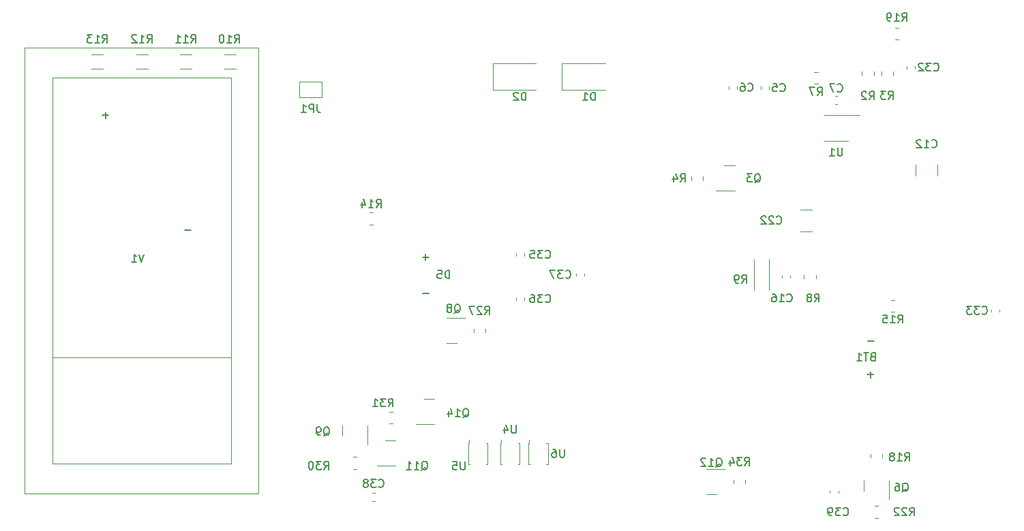
<source format=gbr>
%TF.GenerationSoftware,KiCad,Pcbnew,6.0.10-86aedd382b~118~ubuntu22.04.1*%
%TF.CreationDate,2023-01-15T12:46:15+03:00*%
%TF.ProjectId,xray,78726179-2e6b-4696-9361-645f70636258,rev?*%
%TF.SameCoordinates,Original*%
%TF.FileFunction,Legend,Bot*%
%TF.FilePolarity,Positive*%
%FSLAX46Y46*%
G04 Gerber Fmt 4.6, Leading zero omitted, Abs format (unit mm)*
G04 Created by KiCad (PCBNEW 6.0.10-86aedd382b~118~ubuntu22.04.1) date 2023-01-15 12:46:15*
%MOMM*%
%LPD*%
G01*
G04 APERTURE LIST*
%ADD10C,0.150000*%
%ADD11C,0.120000*%
G04 APERTURE END LIST*
D10*
X160880952Y-120471428D02*
X160119047Y-120471428D01*
X160500000Y-120852380D02*
X160500000Y-120090476D01*
X104879047Y-110361428D02*
X105640952Y-110361428D01*
X160980952Y-116271428D02*
X160219047Y-116271428D01*
X104879047Y-105861428D02*
X105640952Y-105861428D01*
X105260000Y-106242380D02*
X105260000Y-105480476D01*
%TO.C,R14*%
X99152857Y-99652380D02*
X99486190Y-99176190D01*
X99724285Y-99652380D02*
X99724285Y-98652380D01*
X99343333Y-98652380D01*
X99248095Y-98700000D01*
X99200476Y-98747619D01*
X99152857Y-98842857D01*
X99152857Y-98985714D01*
X99200476Y-99080952D01*
X99248095Y-99128571D01*
X99343333Y-99176190D01*
X99724285Y-99176190D01*
X98200476Y-99652380D02*
X98771904Y-99652380D01*
X98486190Y-99652380D02*
X98486190Y-98652380D01*
X98581428Y-98795238D01*
X98676666Y-98890476D01*
X98771904Y-98938095D01*
X97343333Y-98985714D02*
X97343333Y-99652380D01*
X97581428Y-98604761D02*
X97819523Y-99319047D01*
X97200476Y-99319047D01*
%TO.C,Q6*%
X164455238Y-135037619D02*
X164550476Y-134990000D01*
X164645714Y-134894761D01*
X164788571Y-134751904D01*
X164883809Y-134704285D01*
X164979047Y-134704285D01*
X164931428Y-134942380D02*
X165026666Y-134894761D01*
X165121904Y-134799523D01*
X165169523Y-134609047D01*
X165169523Y-134275714D01*
X165121904Y-134085238D01*
X165026666Y-133990000D01*
X164931428Y-133942380D01*
X164740952Y-133942380D01*
X164645714Y-133990000D01*
X164550476Y-134085238D01*
X164502857Y-134275714D01*
X164502857Y-134609047D01*
X164550476Y-134799523D01*
X164645714Y-134894761D01*
X164740952Y-134942380D01*
X164931428Y-134942380D01*
X163645714Y-133942380D02*
X163836190Y-133942380D01*
X163931428Y-133990000D01*
X163979047Y-134037619D01*
X164074285Y-134180476D01*
X164121904Y-134370952D01*
X164121904Y-134751904D01*
X164074285Y-134847142D01*
X164026666Y-134894761D01*
X163931428Y-134942380D01*
X163740952Y-134942380D01*
X163645714Y-134894761D01*
X163598095Y-134847142D01*
X163550476Y-134751904D01*
X163550476Y-134513809D01*
X163598095Y-134418571D01*
X163645714Y-134370952D01*
X163740952Y-134323333D01*
X163931428Y-134323333D01*
X164026666Y-134370952D01*
X164074285Y-134418571D01*
X164121904Y-134513809D01*
%TO.C,R27*%
X112642857Y-112952380D02*
X112976190Y-112476190D01*
X113214285Y-112952380D02*
X113214285Y-111952380D01*
X112833333Y-111952380D01*
X112738095Y-112000000D01*
X112690476Y-112047619D01*
X112642857Y-112142857D01*
X112642857Y-112285714D01*
X112690476Y-112380952D01*
X112738095Y-112428571D01*
X112833333Y-112476190D01*
X113214285Y-112476190D01*
X112261904Y-112047619D02*
X112214285Y-112000000D01*
X112119047Y-111952380D01*
X111880952Y-111952380D01*
X111785714Y-112000000D01*
X111738095Y-112047619D01*
X111690476Y-112142857D01*
X111690476Y-112238095D01*
X111738095Y-112380952D01*
X112309523Y-112952380D01*
X111690476Y-112952380D01*
X111357142Y-111952380D02*
X110690476Y-111952380D01*
X111119047Y-112952380D01*
%TO.C,Q3*%
X146105238Y-96587619D02*
X146200476Y-96540000D01*
X146295714Y-96444761D01*
X146438571Y-96301904D01*
X146533809Y-96254285D01*
X146629047Y-96254285D01*
X146581428Y-96492380D02*
X146676666Y-96444761D01*
X146771904Y-96349523D01*
X146819523Y-96159047D01*
X146819523Y-95825714D01*
X146771904Y-95635238D01*
X146676666Y-95540000D01*
X146581428Y-95492380D01*
X146390952Y-95492380D01*
X146295714Y-95540000D01*
X146200476Y-95635238D01*
X146152857Y-95825714D01*
X146152857Y-96159047D01*
X146200476Y-96349523D01*
X146295714Y-96444761D01*
X146390952Y-96492380D01*
X146581428Y-96492380D01*
X145819523Y-95492380D02*
X145200476Y-95492380D01*
X145533809Y-95873333D01*
X145390952Y-95873333D01*
X145295714Y-95920952D01*
X145248095Y-95968571D01*
X145200476Y-96063809D01*
X145200476Y-96301904D01*
X145248095Y-96397142D01*
X145295714Y-96444761D01*
X145390952Y-96492380D01*
X145676666Y-96492380D01*
X145771904Y-96444761D01*
X145819523Y-96397142D01*
%TO.C,C16*%
X150152857Y-111309642D02*
X150200476Y-111357261D01*
X150343333Y-111404880D01*
X150438571Y-111404880D01*
X150581428Y-111357261D01*
X150676666Y-111262023D01*
X150724285Y-111166785D01*
X150771904Y-110976309D01*
X150771904Y-110833452D01*
X150724285Y-110642976D01*
X150676666Y-110547738D01*
X150581428Y-110452500D01*
X150438571Y-110404880D01*
X150343333Y-110404880D01*
X150200476Y-110452500D01*
X150152857Y-110500119D01*
X149200476Y-111404880D02*
X149771904Y-111404880D01*
X149486190Y-111404880D02*
X149486190Y-110404880D01*
X149581428Y-110547738D01*
X149676666Y-110642976D01*
X149771904Y-110690595D01*
X148343333Y-110404880D02*
X148533809Y-110404880D01*
X148629047Y-110452500D01*
X148676666Y-110500119D01*
X148771904Y-110642976D01*
X148819523Y-110833452D01*
X148819523Y-111214404D01*
X148771904Y-111309642D01*
X148724285Y-111357261D01*
X148629047Y-111404880D01*
X148438571Y-111404880D01*
X148343333Y-111357261D01*
X148295714Y-111309642D01*
X148248095Y-111214404D01*
X148248095Y-110976309D01*
X148295714Y-110881071D01*
X148343333Y-110833452D01*
X148438571Y-110785833D01*
X148629047Y-110785833D01*
X148724285Y-110833452D01*
X148771904Y-110881071D01*
X148819523Y-110976309D01*
%TO.C,R11*%
X76152857Y-79172380D02*
X76486190Y-78696190D01*
X76724285Y-79172380D02*
X76724285Y-78172380D01*
X76343333Y-78172380D01*
X76248095Y-78220000D01*
X76200476Y-78267619D01*
X76152857Y-78362857D01*
X76152857Y-78505714D01*
X76200476Y-78600952D01*
X76248095Y-78648571D01*
X76343333Y-78696190D01*
X76724285Y-78696190D01*
X75200476Y-79172380D02*
X75771904Y-79172380D01*
X75486190Y-79172380D02*
X75486190Y-78172380D01*
X75581428Y-78315238D01*
X75676666Y-78410476D01*
X75771904Y-78458095D01*
X74248095Y-79172380D02*
X74819523Y-79172380D01*
X74533809Y-79172380D02*
X74533809Y-78172380D01*
X74629047Y-78315238D01*
X74724285Y-78410476D01*
X74819523Y-78458095D01*
%TO.C,Q11*%
X104771428Y-132347619D02*
X104866666Y-132300000D01*
X104961904Y-132204761D01*
X105104761Y-132061904D01*
X105200000Y-132014285D01*
X105295238Y-132014285D01*
X105247619Y-132252380D02*
X105342857Y-132204761D01*
X105438095Y-132109523D01*
X105485714Y-131919047D01*
X105485714Y-131585714D01*
X105438095Y-131395238D01*
X105342857Y-131300000D01*
X105247619Y-131252380D01*
X105057142Y-131252380D01*
X104961904Y-131300000D01*
X104866666Y-131395238D01*
X104819047Y-131585714D01*
X104819047Y-131919047D01*
X104866666Y-132109523D01*
X104961904Y-132204761D01*
X105057142Y-132252380D01*
X105247619Y-132252380D01*
X103866666Y-132252380D02*
X104438095Y-132252380D01*
X104152380Y-132252380D02*
X104152380Y-131252380D01*
X104247619Y-131395238D01*
X104342857Y-131490476D01*
X104438095Y-131538095D01*
X102914285Y-132252380D02*
X103485714Y-132252380D01*
X103200000Y-132252380D02*
X103200000Y-131252380D01*
X103295238Y-131395238D01*
X103390476Y-131490476D01*
X103485714Y-131538095D01*
%TO.C,D1*%
X126338095Y-86352380D02*
X126338095Y-85352380D01*
X126100000Y-85352380D01*
X125957142Y-85400000D01*
X125861904Y-85495238D01*
X125814285Y-85590476D01*
X125766666Y-85780952D01*
X125766666Y-85923809D01*
X125814285Y-86114285D01*
X125861904Y-86209523D01*
X125957142Y-86304761D01*
X126100000Y-86352380D01*
X126338095Y-86352380D01*
X124814285Y-86352380D02*
X125385714Y-86352380D01*
X125100000Y-86352380D02*
X125100000Y-85352380D01*
X125195238Y-85495238D01*
X125290476Y-85590476D01*
X125385714Y-85638095D01*
%TO.C,R15*%
X163940357Y-114042380D02*
X164273690Y-113566190D01*
X164511785Y-114042380D02*
X164511785Y-113042380D01*
X164130833Y-113042380D01*
X164035595Y-113090000D01*
X163987976Y-113137619D01*
X163940357Y-113232857D01*
X163940357Y-113375714D01*
X163987976Y-113470952D01*
X164035595Y-113518571D01*
X164130833Y-113566190D01*
X164511785Y-113566190D01*
X162987976Y-114042380D02*
X163559404Y-114042380D01*
X163273690Y-114042380D02*
X163273690Y-113042380D01*
X163368928Y-113185238D01*
X163464166Y-113280476D01*
X163559404Y-113328095D01*
X162083214Y-113042380D02*
X162559404Y-113042380D01*
X162607023Y-113518571D01*
X162559404Y-113470952D01*
X162464166Y-113423333D01*
X162226071Y-113423333D01*
X162130833Y-113470952D01*
X162083214Y-113518571D01*
X162035595Y-113613809D01*
X162035595Y-113851904D01*
X162083214Y-113947142D01*
X162130833Y-113994761D01*
X162226071Y-114042380D01*
X162464166Y-114042380D01*
X162559404Y-113994761D01*
X162607023Y-113947142D01*
%TO.C,R30*%
X92652857Y-132252380D02*
X92986190Y-131776190D01*
X93224285Y-132252380D02*
X93224285Y-131252380D01*
X92843333Y-131252380D01*
X92748095Y-131300000D01*
X92700476Y-131347619D01*
X92652857Y-131442857D01*
X92652857Y-131585714D01*
X92700476Y-131680952D01*
X92748095Y-131728571D01*
X92843333Y-131776190D01*
X93224285Y-131776190D01*
X92319523Y-131252380D02*
X91700476Y-131252380D01*
X92033809Y-131633333D01*
X91890952Y-131633333D01*
X91795714Y-131680952D01*
X91748095Y-131728571D01*
X91700476Y-131823809D01*
X91700476Y-132061904D01*
X91748095Y-132157142D01*
X91795714Y-132204761D01*
X91890952Y-132252380D01*
X92176666Y-132252380D01*
X92271904Y-132204761D01*
X92319523Y-132157142D01*
X91081428Y-131252380D02*
X90986190Y-131252380D01*
X90890952Y-131300000D01*
X90843333Y-131347619D01*
X90795714Y-131442857D01*
X90748095Y-131633333D01*
X90748095Y-131871428D01*
X90795714Y-132061904D01*
X90843333Y-132157142D01*
X90890952Y-132204761D01*
X90986190Y-132252380D01*
X91081428Y-132252380D01*
X91176666Y-132204761D01*
X91224285Y-132157142D01*
X91271904Y-132061904D01*
X91319523Y-131871428D01*
X91319523Y-131633333D01*
X91271904Y-131442857D01*
X91224285Y-131347619D01*
X91176666Y-131300000D01*
X91081428Y-131252380D01*
%TO.C,D5*%
X108248095Y-108492380D02*
X108248095Y-107492380D01*
X108010000Y-107492380D01*
X107867142Y-107540000D01*
X107771904Y-107635238D01*
X107724285Y-107730476D01*
X107676666Y-107920952D01*
X107676666Y-108063809D01*
X107724285Y-108254285D01*
X107771904Y-108349523D01*
X107867142Y-108444761D01*
X108010000Y-108492380D01*
X108248095Y-108492380D01*
X106771904Y-107492380D02*
X107248095Y-107492380D01*
X107295714Y-107968571D01*
X107248095Y-107920952D01*
X107152857Y-107873333D01*
X106914761Y-107873333D01*
X106819523Y-107920952D01*
X106771904Y-107968571D01*
X106724285Y-108063809D01*
X106724285Y-108301904D01*
X106771904Y-108397142D01*
X106819523Y-108444761D01*
X106914761Y-108492380D01*
X107152857Y-108492380D01*
X107248095Y-108444761D01*
X107295714Y-108397142D01*
%TO.C,R7*%
X153926666Y-85742380D02*
X154260000Y-85266190D01*
X154498095Y-85742380D02*
X154498095Y-84742380D01*
X154117142Y-84742380D01*
X154021904Y-84790000D01*
X153974285Y-84837619D01*
X153926666Y-84932857D01*
X153926666Y-85075714D01*
X153974285Y-85170952D01*
X154021904Y-85218571D01*
X154117142Y-85266190D01*
X154498095Y-85266190D01*
X153593333Y-84742380D02*
X152926666Y-84742380D01*
X153355238Y-85742380D01*
%TO.C,C32*%
X168392857Y-82607142D02*
X168440476Y-82654761D01*
X168583333Y-82702380D01*
X168678571Y-82702380D01*
X168821428Y-82654761D01*
X168916666Y-82559523D01*
X168964285Y-82464285D01*
X169011904Y-82273809D01*
X169011904Y-82130952D01*
X168964285Y-81940476D01*
X168916666Y-81845238D01*
X168821428Y-81750000D01*
X168678571Y-81702380D01*
X168583333Y-81702380D01*
X168440476Y-81750000D01*
X168392857Y-81797619D01*
X168059523Y-81702380D02*
X167440476Y-81702380D01*
X167773809Y-82083333D01*
X167630952Y-82083333D01*
X167535714Y-82130952D01*
X167488095Y-82178571D01*
X167440476Y-82273809D01*
X167440476Y-82511904D01*
X167488095Y-82607142D01*
X167535714Y-82654761D01*
X167630952Y-82702380D01*
X167916666Y-82702380D01*
X168011904Y-82654761D01*
X168059523Y-82607142D01*
X167059523Y-81797619D02*
X167011904Y-81750000D01*
X166916666Y-81702380D01*
X166678571Y-81702380D01*
X166583333Y-81750000D01*
X166535714Y-81797619D01*
X166488095Y-81892857D01*
X166488095Y-81988095D01*
X166535714Y-82130952D01*
X167107142Y-82702380D01*
X166488095Y-82702380D01*
%TO.C,Q9*%
X92605238Y-128087619D02*
X92700476Y-128040000D01*
X92795714Y-127944761D01*
X92938571Y-127801904D01*
X93033809Y-127754285D01*
X93129047Y-127754285D01*
X93081428Y-127992380D02*
X93176666Y-127944761D01*
X93271904Y-127849523D01*
X93319523Y-127659047D01*
X93319523Y-127325714D01*
X93271904Y-127135238D01*
X93176666Y-127040000D01*
X93081428Y-126992380D01*
X92890952Y-126992380D01*
X92795714Y-127040000D01*
X92700476Y-127135238D01*
X92652857Y-127325714D01*
X92652857Y-127659047D01*
X92700476Y-127849523D01*
X92795714Y-127944761D01*
X92890952Y-127992380D01*
X93081428Y-127992380D01*
X92176666Y-127992380D02*
X91986190Y-127992380D01*
X91890952Y-127944761D01*
X91843333Y-127897142D01*
X91748095Y-127754285D01*
X91700476Y-127563809D01*
X91700476Y-127182857D01*
X91748095Y-127087619D01*
X91795714Y-127040000D01*
X91890952Y-126992380D01*
X92081428Y-126992380D01*
X92176666Y-127040000D01*
X92224285Y-127087619D01*
X92271904Y-127182857D01*
X92271904Y-127420952D01*
X92224285Y-127516190D01*
X92176666Y-127563809D01*
X92081428Y-127611428D01*
X91890952Y-127611428D01*
X91795714Y-127563809D01*
X91748095Y-127516190D01*
X91700476Y-127420952D01*
%TO.C,R12*%
X70690357Y-79172380D02*
X71023690Y-78696190D01*
X71261785Y-79172380D02*
X71261785Y-78172380D01*
X70880833Y-78172380D01*
X70785595Y-78220000D01*
X70737976Y-78267619D01*
X70690357Y-78362857D01*
X70690357Y-78505714D01*
X70737976Y-78600952D01*
X70785595Y-78648571D01*
X70880833Y-78696190D01*
X71261785Y-78696190D01*
X69737976Y-79172380D02*
X70309404Y-79172380D01*
X70023690Y-79172380D02*
X70023690Y-78172380D01*
X70118928Y-78315238D01*
X70214166Y-78410476D01*
X70309404Y-78458095D01*
X69357023Y-78267619D02*
X69309404Y-78220000D01*
X69214166Y-78172380D01*
X68976071Y-78172380D01*
X68880833Y-78220000D01*
X68833214Y-78267619D01*
X68785595Y-78362857D01*
X68785595Y-78458095D01*
X68833214Y-78600952D01*
X69404642Y-79172380D01*
X68785595Y-79172380D01*
%TO.C,Q12*%
X141331428Y-131937619D02*
X141426666Y-131890000D01*
X141521904Y-131794761D01*
X141664761Y-131651904D01*
X141760000Y-131604285D01*
X141855238Y-131604285D01*
X141807619Y-131842380D02*
X141902857Y-131794761D01*
X141998095Y-131699523D01*
X142045714Y-131509047D01*
X142045714Y-131175714D01*
X141998095Y-130985238D01*
X141902857Y-130890000D01*
X141807619Y-130842380D01*
X141617142Y-130842380D01*
X141521904Y-130890000D01*
X141426666Y-130985238D01*
X141379047Y-131175714D01*
X141379047Y-131509047D01*
X141426666Y-131699523D01*
X141521904Y-131794761D01*
X141617142Y-131842380D01*
X141807619Y-131842380D01*
X140426666Y-131842380D02*
X140998095Y-131842380D01*
X140712380Y-131842380D02*
X140712380Y-130842380D01*
X140807619Y-130985238D01*
X140902857Y-131080476D01*
X140998095Y-131128095D01*
X140045714Y-130937619D02*
X139998095Y-130890000D01*
X139902857Y-130842380D01*
X139664761Y-130842380D01*
X139569523Y-130890000D01*
X139521904Y-130937619D01*
X139474285Y-131032857D01*
X139474285Y-131128095D01*
X139521904Y-131270952D01*
X140093333Y-131842380D01*
X139474285Y-131842380D01*
%TO.C,C7*%
X156426666Y-85217142D02*
X156474285Y-85264761D01*
X156617142Y-85312380D01*
X156712380Y-85312380D01*
X156855238Y-85264761D01*
X156950476Y-85169523D01*
X156998095Y-85074285D01*
X157045714Y-84883809D01*
X157045714Y-84740952D01*
X156998095Y-84550476D01*
X156950476Y-84455238D01*
X156855238Y-84360000D01*
X156712380Y-84312380D01*
X156617142Y-84312380D01*
X156474285Y-84360000D01*
X156426666Y-84407619D01*
X156093333Y-84312380D02*
X155426666Y-84312380D01*
X155855238Y-85312380D01*
%TO.C,U1*%
X157021904Y-92242380D02*
X157021904Y-93051904D01*
X156974285Y-93147142D01*
X156926666Y-93194761D01*
X156831428Y-93242380D01*
X156640952Y-93242380D01*
X156545714Y-93194761D01*
X156498095Y-93147142D01*
X156450476Y-93051904D01*
X156450476Y-92242380D01*
X155450476Y-93242380D02*
X156021904Y-93242380D01*
X155736190Y-93242380D02*
X155736190Y-92242380D01*
X155831428Y-92385238D01*
X155926666Y-92480476D01*
X156021904Y-92528095D01*
%TO.C,C5*%
X149306666Y-85157142D02*
X149354285Y-85204761D01*
X149497142Y-85252380D01*
X149592380Y-85252380D01*
X149735238Y-85204761D01*
X149830476Y-85109523D01*
X149878095Y-85014285D01*
X149925714Y-84823809D01*
X149925714Y-84680952D01*
X149878095Y-84490476D01*
X149830476Y-84395238D01*
X149735238Y-84300000D01*
X149592380Y-84252380D01*
X149497142Y-84252380D01*
X149354285Y-84300000D01*
X149306666Y-84347619D01*
X148401904Y-84252380D02*
X148878095Y-84252380D01*
X148925714Y-84728571D01*
X148878095Y-84680952D01*
X148782857Y-84633333D01*
X148544761Y-84633333D01*
X148449523Y-84680952D01*
X148401904Y-84728571D01*
X148354285Y-84823809D01*
X148354285Y-85061904D01*
X148401904Y-85157142D01*
X148449523Y-85204761D01*
X148544761Y-85252380D01*
X148782857Y-85252380D01*
X148878095Y-85204761D01*
X148925714Y-85157142D01*
%TO.C,R3*%
X162766666Y-86202380D02*
X163100000Y-85726190D01*
X163338095Y-86202380D02*
X163338095Y-85202380D01*
X162957142Y-85202380D01*
X162861904Y-85250000D01*
X162814285Y-85297619D01*
X162766666Y-85392857D01*
X162766666Y-85535714D01*
X162814285Y-85630952D01*
X162861904Y-85678571D01*
X162957142Y-85726190D01*
X163338095Y-85726190D01*
X162433333Y-85202380D02*
X161814285Y-85202380D01*
X162147619Y-85583333D01*
X162004761Y-85583333D01*
X161909523Y-85630952D01*
X161861904Y-85678571D01*
X161814285Y-85773809D01*
X161814285Y-86011904D01*
X161861904Y-86107142D01*
X161909523Y-86154761D01*
X162004761Y-86202380D01*
X162290476Y-86202380D01*
X162385714Y-86154761D01*
X162433333Y-86107142D01*
%TO.C,C39*%
X157152857Y-137897142D02*
X157200476Y-137944761D01*
X157343333Y-137992380D01*
X157438571Y-137992380D01*
X157581428Y-137944761D01*
X157676666Y-137849523D01*
X157724285Y-137754285D01*
X157771904Y-137563809D01*
X157771904Y-137420952D01*
X157724285Y-137230476D01*
X157676666Y-137135238D01*
X157581428Y-137040000D01*
X157438571Y-136992380D01*
X157343333Y-136992380D01*
X157200476Y-137040000D01*
X157152857Y-137087619D01*
X156819523Y-136992380D02*
X156200476Y-136992380D01*
X156533809Y-137373333D01*
X156390952Y-137373333D01*
X156295714Y-137420952D01*
X156248095Y-137468571D01*
X156200476Y-137563809D01*
X156200476Y-137801904D01*
X156248095Y-137897142D01*
X156295714Y-137944761D01*
X156390952Y-137992380D01*
X156676666Y-137992380D01*
X156771904Y-137944761D01*
X156819523Y-137897142D01*
X155724285Y-137992380D02*
X155533809Y-137992380D01*
X155438571Y-137944761D01*
X155390952Y-137897142D01*
X155295714Y-137754285D01*
X155248095Y-137563809D01*
X155248095Y-137182857D01*
X155295714Y-137087619D01*
X155343333Y-137040000D01*
X155438571Y-136992380D01*
X155629047Y-136992380D01*
X155724285Y-137040000D01*
X155771904Y-137087619D01*
X155819523Y-137182857D01*
X155819523Y-137420952D01*
X155771904Y-137516190D01*
X155724285Y-137563809D01*
X155629047Y-137611428D01*
X155438571Y-137611428D01*
X155343333Y-137563809D01*
X155295714Y-137516190D01*
X155248095Y-137420952D01*
%TO.C,U6*%
X122521904Y-129742380D02*
X122521904Y-130551904D01*
X122474285Y-130647142D01*
X122426666Y-130694761D01*
X122331428Y-130742380D01*
X122140952Y-130742380D01*
X122045714Y-130694761D01*
X121998095Y-130647142D01*
X121950476Y-130551904D01*
X121950476Y-129742380D01*
X121045714Y-129742380D02*
X121236190Y-129742380D01*
X121331428Y-129790000D01*
X121379047Y-129837619D01*
X121474285Y-129980476D01*
X121521904Y-130170952D01*
X121521904Y-130551904D01*
X121474285Y-130647142D01*
X121426666Y-130694761D01*
X121331428Y-130742380D01*
X121140952Y-130742380D01*
X121045714Y-130694761D01*
X120998095Y-130647142D01*
X120950476Y-130551904D01*
X120950476Y-130313809D01*
X120998095Y-130218571D01*
X121045714Y-130170952D01*
X121140952Y-130123333D01*
X121331428Y-130123333D01*
X121426666Y-130170952D01*
X121474285Y-130218571D01*
X121521904Y-130313809D01*
%TO.C,U5*%
X110171904Y-131292380D02*
X110171904Y-132101904D01*
X110124285Y-132197142D01*
X110076666Y-132244761D01*
X109981428Y-132292380D01*
X109790952Y-132292380D01*
X109695714Y-132244761D01*
X109648095Y-132197142D01*
X109600476Y-132101904D01*
X109600476Y-131292380D01*
X108648095Y-131292380D02*
X109124285Y-131292380D01*
X109171904Y-131768571D01*
X109124285Y-131720952D01*
X109029047Y-131673333D01*
X108790952Y-131673333D01*
X108695714Y-131720952D01*
X108648095Y-131768571D01*
X108600476Y-131863809D01*
X108600476Y-132101904D01*
X108648095Y-132197142D01*
X108695714Y-132244761D01*
X108790952Y-132292380D01*
X109029047Y-132292380D01*
X109124285Y-132244761D01*
X109171904Y-132197142D01*
%TO.C,R34*%
X144902857Y-131742380D02*
X145236190Y-131266190D01*
X145474285Y-131742380D02*
X145474285Y-130742380D01*
X145093333Y-130742380D01*
X144998095Y-130790000D01*
X144950476Y-130837619D01*
X144902857Y-130932857D01*
X144902857Y-131075714D01*
X144950476Y-131170952D01*
X144998095Y-131218571D01*
X145093333Y-131266190D01*
X145474285Y-131266190D01*
X144569523Y-130742380D02*
X143950476Y-130742380D01*
X144283809Y-131123333D01*
X144140952Y-131123333D01*
X144045714Y-131170952D01*
X143998095Y-131218571D01*
X143950476Y-131313809D01*
X143950476Y-131551904D01*
X143998095Y-131647142D01*
X144045714Y-131694761D01*
X144140952Y-131742380D01*
X144426666Y-131742380D01*
X144521904Y-131694761D01*
X144569523Y-131647142D01*
X143093333Y-131075714D02*
X143093333Y-131742380D01*
X143331428Y-130694761D02*
X143569523Y-131409047D01*
X142950476Y-131409047D01*
%TO.C,R9*%
X144566666Y-109052380D02*
X144900000Y-108576190D01*
X145138095Y-109052380D02*
X145138095Y-108052380D01*
X144757142Y-108052380D01*
X144661904Y-108100000D01*
X144614285Y-108147619D01*
X144566666Y-108242857D01*
X144566666Y-108385714D01*
X144614285Y-108480952D01*
X144661904Y-108528571D01*
X144757142Y-108576190D01*
X145138095Y-108576190D01*
X144090476Y-109052380D02*
X143900000Y-109052380D01*
X143804761Y-109004761D01*
X143757142Y-108957142D01*
X143661904Y-108814285D01*
X143614285Y-108623809D01*
X143614285Y-108242857D01*
X143661904Y-108147619D01*
X143709523Y-108100000D01*
X143804761Y-108052380D01*
X143995238Y-108052380D01*
X144090476Y-108100000D01*
X144138095Y-108147619D01*
X144185714Y-108242857D01*
X144185714Y-108480952D01*
X144138095Y-108576190D01*
X144090476Y-108623809D01*
X143995238Y-108671428D01*
X143804761Y-108671428D01*
X143709523Y-108623809D01*
X143661904Y-108576190D01*
X143614285Y-108480952D01*
%TO.C,R13*%
X65152857Y-79172380D02*
X65486190Y-78696190D01*
X65724285Y-79172380D02*
X65724285Y-78172380D01*
X65343333Y-78172380D01*
X65248095Y-78220000D01*
X65200476Y-78267619D01*
X65152857Y-78362857D01*
X65152857Y-78505714D01*
X65200476Y-78600952D01*
X65248095Y-78648571D01*
X65343333Y-78696190D01*
X65724285Y-78696190D01*
X64200476Y-79172380D02*
X64771904Y-79172380D01*
X64486190Y-79172380D02*
X64486190Y-78172380D01*
X64581428Y-78315238D01*
X64676666Y-78410476D01*
X64771904Y-78458095D01*
X63867142Y-78172380D02*
X63248095Y-78172380D01*
X63581428Y-78553333D01*
X63438571Y-78553333D01*
X63343333Y-78600952D01*
X63295714Y-78648571D01*
X63248095Y-78743809D01*
X63248095Y-78981904D01*
X63295714Y-79077142D01*
X63343333Y-79124761D01*
X63438571Y-79172380D01*
X63724285Y-79172380D01*
X63819523Y-79124761D01*
X63867142Y-79077142D01*
%TO.C,V1*%
X70319523Y-105492380D02*
X69986190Y-106492380D01*
X69652857Y-105492380D01*
X68795714Y-106492380D02*
X69367142Y-106492380D01*
X69081428Y-106492380D02*
X69081428Y-105492380D01*
X69176666Y-105635238D01*
X69271904Y-105730476D01*
X69367142Y-105778095D01*
X75379047Y-102468571D02*
X76140952Y-102468571D01*
X65129047Y-88218571D02*
X65890952Y-88218571D01*
X65510000Y-87837619D02*
X65510000Y-88599523D01*
%TO.C,C22*%
X148852857Y-101647142D02*
X148900476Y-101694761D01*
X149043333Y-101742380D01*
X149138571Y-101742380D01*
X149281428Y-101694761D01*
X149376666Y-101599523D01*
X149424285Y-101504285D01*
X149471904Y-101313809D01*
X149471904Y-101170952D01*
X149424285Y-100980476D01*
X149376666Y-100885238D01*
X149281428Y-100790000D01*
X149138571Y-100742380D01*
X149043333Y-100742380D01*
X148900476Y-100790000D01*
X148852857Y-100837619D01*
X148471904Y-100837619D02*
X148424285Y-100790000D01*
X148329047Y-100742380D01*
X148090952Y-100742380D01*
X147995714Y-100790000D01*
X147948095Y-100837619D01*
X147900476Y-100932857D01*
X147900476Y-101028095D01*
X147948095Y-101170952D01*
X148519523Y-101742380D01*
X147900476Y-101742380D01*
X147519523Y-100837619D02*
X147471904Y-100790000D01*
X147376666Y-100742380D01*
X147138571Y-100742380D01*
X147043333Y-100790000D01*
X146995714Y-100837619D01*
X146948095Y-100932857D01*
X146948095Y-101028095D01*
X146995714Y-101170952D01*
X147567142Y-101742380D01*
X146948095Y-101742380D01*
%TO.C,C38*%
X99452857Y-134397142D02*
X99500476Y-134444761D01*
X99643333Y-134492380D01*
X99738571Y-134492380D01*
X99881428Y-134444761D01*
X99976666Y-134349523D01*
X100024285Y-134254285D01*
X100071904Y-134063809D01*
X100071904Y-133920952D01*
X100024285Y-133730476D01*
X99976666Y-133635238D01*
X99881428Y-133540000D01*
X99738571Y-133492380D01*
X99643333Y-133492380D01*
X99500476Y-133540000D01*
X99452857Y-133587619D01*
X99119523Y-133492380D02*
X98500476Y-133492380D01*
X98833809Y-133873333D01*
X98690952Y-133873333D01*
X98595714Y-133920952D01*
X98548095Y-133968571D01*
X98500476Y-134063809D01*
X98500476Y-134301904D01*
X98548095Y-134397142D01*
X98595714Y-134444761D01*
X98690952Y-134492380D01*
X98976666Y-134492380D01*
X99071904Y-134444761D01*
X99119523Y-134397142D01*
X97929047Y-133920952D02*
X98024285Y-133873333D01*
X98071904Y-133825714D01*
X98119523Y-133730476D01*
X98119523Y-133682857D01*
X98071904Y-133587619D01*
X98024285Y-133540000D01*
X97929047Y-133492380D01*
X97738571Y-133492380D01*
X97643333Y-133540000D01*
X97595714Y-133587619D01*
X97548095Y-133682857D01*
X97548095Y-133730476D01*
X97595714Y-133825714D01*
X97643333Y-133873333D01*
X97738571Y-133920952D01*
X97929047Y-133920952D01*
X98024285Y-133968571D01*
X98071904Y-134016190D01*
X98119523Y-134111428D01*
X98119523Y-134301904D01*
X98071904Y-134397142D01*
X98024285Y-134444761D01*
X97929047Y-134492380D01*
X97738571Y-134492380D01*
X97643333Y-134444761D01*
X97595714Y-134397142D01*
X97548095Y-134301904D01*
X97548095Y-134111428D01*
X97595714Y-134016190D01*
X97643333Y-133968571D01*
X97738571Y-133920952D01*
%TO.C,C6*%
X145306666Y-85117142D02*
X145354285Y-85164761D01*
X145497142Y-85212380D01*
X145592380Y-85212380D01*
X145735238Y-85164761D01*
X145830476Y-85069523D01*
X145878095Y-84974285D01*
X145925714Y-84783809D01*
X145925714Y-84640952D01*
X145878095Y-84450476D01*
X145830476Y-84355238D01*
X145735238Y-84260000D01*
X145592380Y-84212380D01*
X145497142Y-84212380D01*
X145354285Y-84260000D01*
X145306666Y-84307619D01*
X144449523Y-84212380D02*
X144640000Y-84212380D01*
X144735238Y-84260000D01*
X144782857Y-84307619D01*
X144878095Y-84450476D01*
X144925714Y-84640952D01*
X144925714Y-85021904D01*
X144878095Y-85117142D01*
X144830476Y-85164761D01*
X144735238Y-85212380D01*
X144544761Y-85212380D01*
X144449523Y-85164761D01*
X144401904Y-85117142D01*
X144354285Y-85021904D01*
X144354285Y-84783809D01*
X144401904Y-84688571D01*
X144449523Y-84640952D01*
X144544761Y-84593333D01*
X144735238Y-84593333D01*
X144830476Y-84640952D01*
X144878095Y-84688571D01*
X144925714Y-84783809D01*
%TO.C,JP1*%
X91833333Y-86852380D02*
X91833333Y-87566666D01*
X91880952Y-87709523D01*
X91976190Y-87804761D01*
X92119047Y-87852380D01*
X92214285Y-87852380D01*
X91357142Y-87852380D02*
X91357142Y-86852380D01*
X90976190Y-86852380D01*
X90880952Y-86900000D01*
X90833333Y-86947619D01*
X90785714Y-87042857D01*
X90785714Y-87185714D01*
X90833333Y-87280952D01*
X90880952Y-87328571D01*
X90976190Y-87376190D01*
X91357142Y-87376190D01*
X89833333Y-87852380D02*
X90404761Y-87852380D01*
X90119047Y-87852380D02*
X90119047Y-86852380D01*
X90214285Y-86995238D01*
X90309523Y-87090476D01*
X90404761Y-87138095D01*
%TO.C,R19*%
X164442857Y-76492380D02*
X164776190Y-76016190D01*
X165014285Y-76492380D02*
X165014285Y-75492380D01*
X164633333Y-75492380D01*
X164538095Y-75540000D01*
X164490476Y-75587619D01*
X164442857Y-75682857D01*
X164442857Y-75825714D01*
X164490476Y-75920952D01*
X164538095Y-75968571D01*
X164633333Y-76016190D01*
X165014285Y-76016190D01*
X163490476Y-76492380D02*
X164061904Y-76492380D01*
X163776190Y-76492380D02*
X163776190Y-75492380D01*
X163871428Y-75635238D01*
X163966666Y-75730476D01*
X164061904Y-75778095D01*
X163014285Y-76492380D02*
X162823809Y-76492380D01*
X162728571Y-76444761D01*
X162680952Y-76397142D01*
X162585714Y-76254285D01*
X162538095Y-76063809D01*
X162538095Y-75682857D01*
X162585714Y-75587619D01*
X162633333Y-75540000D01*
X162728571Y-75492380D01*
X162919047Y-75492380D01*
X163014285Y-75540000D01*
X163061904Y-75587619D01*
X163109523Y-75682857D01*
X163109523Y-75920952D01*
X163061904Y-76016190D01*
X163014285Y-76063809D01*
X162919047Y-76111428D01*
X162728571Y-76111428D01*
X162633333Y-76063809D01*
X162585714Y-76016190D01*
X162538095Y-75920952D01*
%TO.C,Q8*%
X108845238Y-112797619D02*
X108940476Y-112750000D01*
X109035714Y-112654761D01*
X109178571Y-112511904D01*
X109273809Y-112464285D01*
X109369047Y-112464285D01*
X109321428Y-112702380D02*
X109416666Y-112654761D01*
X109511904Y-112559523D01*
X109559523Y-112369047D01*
X109559523Y-112035714D01*
X109511904Y-111845238D01*
X109416666Y-111750000D01*
X109321428Y-111702380D01*
X109130952Y-111702380D01*
X109035714Y-111750000D01*
X108940476Y-111845238D01*
X108892857Y-112035714D01*
X108892857Y-112369047D01*
X108940476Y-112559523D01*
X109035714Y-112654761D01*
X109130952Y-112702380D01*
X109321428Y-112702380D01*
X108321428Y-112130952D02*
X108416666Y-112083333D01*
X108464285Y-112035714D01*
X108511904Y-111940476D01*
X108511904Y-111892857D01*
X108464285Y-111797619D01*
X108416666Y-111750000D01*
X108321428Y-111702380D01*
X108130952Y-111702380D01*
X108035714Y-111750000D01*
X107988095Y-111797619D01*
X107940476Y-111892857D01*
X107940476Y-111940476D01*
X107988095Y-112035714D01*
X108035714Y-112083333D01*
X108130952Y-112130952D01*
X108321428Y-112130952D01*
X108416666Y-112178571D01*
X108464285Y-112226190D01*
X108511904Y-112321428D01*
X108511904Y-112511904D01*
X108464285Y-112607142D01*
X108416666Y-112654761D01*
X108321428Y-112702380D01*
X108130952Y-112702380D01*
X108035714Y-112654761D01*
X107988095Y-112607142D01*
X107940476Y-112511904D01*
X107940476Y-112321428D01*
X107988095Y-112226190D01*
X108035714Y-112178571D01*
X108130952Y-112130952D01*
%TO.C,R18*%
X164802857Y-131192380D02*
X165136190Y-130716190D01*
X165374285Y-131192380D02*
X165374285Y-130192380D01*
X164993333Y-130192380D01*
X164898095Y-130240000D01*
X164850476Y-130287619D01*
X164802857Y-130382857D01*
X164802857Y-130525714D01*
X164850476Y-130620952D01*
X164898095Y-130668571D01*
X164993333Y-130716190D01*
X165374285Y-130716190D01*
X163850476Y-131192380D02*
X164421904Y-131192380D01*
X164136190Y-131192380D02*
X164136190Y-130192380D01*
X164231428Y-130335238D01*
X164326666Y-130430476D01*
X164421904Y-130478095D01*
X163279047Y-130620952D02*
X163374285Y-130573333D01*
X163421904Y-130525714D01*
X163469523Y-130430476D01*
X163469523Y-130382857D01*
X163421904Y-130287619D01*
X163374285Y-130240000D01*
X163279047Y-130192380D01*
X163088571Y-130192380D01*
X162993333Y-130240000D01*
X162945714Y-130287619D01*
X162898095Y-130382857D01*
X162898095Y-130430476D01*
X162945714Y-130525714D01*
X162993333Y-130573333D01*
X163088571Y-130620952D01*
X163279047Y-130620952D01*
X163374285Y-130668571D01*
X163421904Y-130716190D01*
X163469523Y-130811428D01*
X163469523Y-131001904D01*
X163421904Y-131097142D01*
X163374285Y-131144761D01*
X163279047Y-131192380D01*
X163088571Y-131192380D01*
X162993333Y-131144761D01*
X162945714Y-131097142D01*
X162898095Y-131001904D01*
X162898095Y-130811428D01*
X162945714Y-130716190D01*
X162993333Y-130668571D01*
X163088571Y-130620952D01*
%TO.C,C12*%
X168152857Y-92147142D02*
X168200476Y-92194761D01*
X168343333Y-92242380D01*
X168438571Y-92242380D01*
X168581428Y-92194761D01*
X168676666Y-92099523D01*
X168724285Y-92004285D01*
X168771904Y-91813809D01*
X168771904Y-91670952D01*
X168724285Y-91480476D01*
X168676666Y-91385238D01*
X168581428Y-91290000D01*
X168438571Y-91242380D01*
X168343333Y-91242380D01*
X168200476Y-91290000D01*
X168152857Y-91337619D01*
X167200476Y-92242380D02*
X167771904Y-92242380D01*
X167486190Y-92242380D02*
X167486190Y-91242380D01*
X167581428Y-91385238D01*
X167676666Y-91480476D01*
X167771904Y-91528095D01*
X166819523Y-91337619D02*
X166771904Y-91290000D01*
X166676666Y-91242380D01*
X166438571Y-91242380D01*
X166343333Y-91290000D01*
X166295714Y-91337619D01*
X166248095Y-91432857D01*
X166248095Y-91528095D01*
X166295714Y-91670952D01*
X166867142Y-92242380D01*
X166248095Y-92242380D01*
%TO.C,R2*%
X160366666Y-86252380D02*
X160700000Y-85776190D01*
X160938095Y-86252380D02*
X160938095Y-85252380D01*
X160557142Y-85252380D01*
X160461904Y-85300000D01*
X160414285Y-85347619D01*
X160366666Y-85442857D01*
X160366666Y-85585714D01*
X160414285Y-85680952D01*
X160461904Y-85728571D01*
X160557142Y-85776190D01*
X160938095Y-85776190D01*
X159985714Y-85347619D02*
X159938095Y-85300000D01*
X159842857Y-85252380D01*
X159604761Y-85252380D01*
X159509523Y-85300000D01*
X159461904Y-85347619D01*
X159414285Y-85442857D01*
X159414285Y-85538095D01*
X159461904Y-85680952D01*
X160033333Y-86252380D01*
X159414285Y-86252380D01*
%TO.C,C35*%
X120152857Y-105897142D02*
X120200476Y-105944761D01*
X120343333Y-105992380D01*
X120438571Y-105992380D01*
X120581428Y-105944761D01*
X120676666Y-105849523D01*
X120724285Y-105754285D01*
X120771904Y-105563809D01*
X120771904Y-105420952D01*
X120724285Y-105230476D01*
X120676666Y-105135238D01*
X120581428Y-105040000D01*
X120438571Y-104992380D01*
X120343333Y-104992380D01*
X120200476Y-105040000D01*
X120152857Y-105087619D01*
X119819523Y-104992380D02*
X119200476Y-104992380D01*
X119533809Y-105373333D01*
X119390952Y-105373333D01*
X119295714Y-105420952D01*
X119248095Y-105468571D01*
X119200476Y-105563809D01*
X119200476Y-105801904D01*
X119248095Y-105897142D01*
X119295714Y-105944761D01*
X119390952Y-105992380D01*
X119676666Y-105992380D01*
X119771904Y-105944761D01*
X119819523Y-105897142D01*
X118295714Y-104992380D02*
X118771904Y-104992380D01*
X118819523Y-105468571D01*
X118771904Y-105420952D01*
X118676666Y-105373333D01*
X118438571Y-105373333D01*
X118343333Y-105420952D01*
X118295714Y-105468571D01*
X118248095Y-105563809D01*
X118248095Y-105801904D01*
X118295714Y-105897142D01*
X118343333Y-105944761D01*
X118438571Y-105992380D01*
X118676666Y-105992380D01*
X118771904Y-105944761D01*
X118819523Y-105897142D01*
%TO.C,R8*%
X153576666Y-111404880D02*
X153910000Y-110928690D01*
X154148095Y-111404880D02*
X154148095Y-110404880D01*
X153767142Y-110404880D01*
X153671904Y-110452500D01*
X153624285Y-110500119D01*
X153576666Y-110595357D01*
X153576666Y-110738214D01*
X153624285Y-110833452D01*
X153671904Y-110881071D01*
X153767142Y-110928690D01*
X154148095Y-110928690D01*
X153005238Y-110833452D02*
X153100476Y-110785833D01*
X153148095Y-110738214D01*
X153195714Y-110642976D01*
X153195714Y-110595357D01*
X153148095Y-110500119D01*
X153100476Y-110452500D01*
X153005238Y-110404880D01*
X152814761Y-110404880D01*
X152719523Y-110452500D01*
X152671904Y-110500119D01*
X152624285Y-110595357D01*
X152624285Y-110642976D01*
X152671904Y-110738214D01*
X152719523Y-110785833D01*
X152814761Y-110833452D01*
X153005238Y-110833452D01*
X153100476Y-110881071D01*
X153148095Y-110928690D01*
X153195714Y-111023928D01*
X153195714Y-111214404D01*
X153148095Y-111309642D01*
X153100476Y-111357261D01*
X153005238Y-111404880D01*
X152814761Y-111404880D01*
X152719523Y-111357261D01*
X152671904Y-111309642D01*
X152624285Y-111214404D01*
X152624285Y-111023928D01*
X152671904Y-110928690D01*
X152719523Y-110881071D01*
X152814761Y-110833452D01*
%TO.C,R10*%
X81552857Y-79192380D02*
X81886190Y-78716190D01*
X82124285Y-79192380D02*
X82124285Y-78192380D01*
X81743333Y-78192380D01*
X81648095Y-78240000D01*
X81600476Y-78287619D01*
X81552857Y-78382857D01*
X81552857Y-78525714D01*
X81600476Y-78620952D01*
X81648095Y-78668571D01*
X81743333Y-78716190D01*
X82124285Y-78716190D01*
X80600476Y-79192380D02*
X81171904Y-79192380D01*
X80886190Y-79192380D02*
X80886190Y-78192380D01*
X80981428Y-78335238D01*
X81076666Y-78430476D01*
X81171904Y-78478095D01*
X79981428Y-78192380D02*
X79886190Y-78192380D01*
X79790952Y-78240000D01*
X79743333Y-78287619D01*
X79695714Y-78382857D01*
X79648095Y-78573333D01*
X79648095Y-78811428D01*
X79695714Y-79001904D01*
X79743333Y-79097142D01*
X79790952Y-79144761D01*
X79886190Y-79192380D01*
X79981428Y-79192380D01*
X80076666Y-79144761D01*
X80124285Y-79097142D01*
X80171904Y-79001904D01*
X80219523Y-78811428D01*
X80219523Y-78573333D01*
X80171904Y-78382857D01*
X80124285Y-78287619D01*
X80076666Y-78240000D01*
X79981428Y-78192380D01*
%TO.C,R31*%
X100642857Y-124452380D02*
X100976190Y-123976190D01*
X101214285Y-124452380D02*
X101214285Y-123452380D01*
X100833333Y-123452380D01*
X100738095Y-123500000D01*
X100690476Y-123547619D01*
X100642857Y-123642857D01*
X100642857Y-123785714D01*
X100690476Y-123880952D01*
X100738095Y-123928571D01*
X100833333Y-123976190D01*
X101214285Y-123976190D01*
X100309523Y-123452380D02*
X99690476Y-123452380D01*
X100023809Y-123833333D01*
X99880952Y-123833333D01*
X99785714Y-123880952D01*
X99738095Y-123928571D01*
X99690476Y-124023809D01*
X99690476Y-124261904D01*
X99738095Y-124357142D01*
X99785714Y-124404761D01*
X99880952Y-124452380D01*
X100166666Y-124452380D01*
X100261904Y-124404761D01*
X100309523Y-124357142D01*
X98738095Y-124452380D02*
X99309523Y-124452380D01*
X99023809Y-124452380D02*
X99023809Y-123452380D01*
X99119047Y-123595238D01*
X99214285Y-123690476D01*
X99309523Y-123738095D01*
%TO.C,U4*%
X116521904Y-126742380D02*
X116521904Y-127551904D01*
X116474285Y-127647142D01*
X116426666Y-127694761D01*
X116331428Y-127742380D01*
X116140952Y-127742380D01*
X116045714Y-127694761D01*
X115998095Y-127647142D01*
X115950476Y-127551904D01*
X115950476Y-126742380D01*
X115045714Y-127075714D02*
X115045714Y-127742380D01*
X115283809Y-126694761D02*
X115521904Y-127409047D01*
X114902857Y-127409047D01*
%TO.C,R4*%
X136926666Y-96492380D02*
X137260000Y-96016190D01*
X137498095Y-96492380D02*
X137498095Y-95492380D01*
X137117142Y-95492380D01*
X137021904Y-95540000D01*
X136974285Y-95587619D01*
X136926666Y-95682857D01*
X136926666Y-95825714D01*
X136974285Y-95920952D01*
X137021904Y-95968571D01*
X137117142Y-96016190D01*
X137498095Y-96016190D01*
X136069523Y-95825714D02*
X136069523Y-96492380D01*
X136307619Y-95444761D02*
X136545714Y-96159047D01*
X135926666Y-96159047D01*
%TO.C,D2*%
X117738095Y-86352380D02*
X117738095Y-85352380D01*
X117500000Y-85352380D01*
X117357142Y-85400000D01*
X117261904Y-85495238D01*
X117214285Y-85590476D01*
X117166666Y-85780952D01*
X117166666Y-85923809D01*
X117214285Y-86114285D01*
X117261904Y-86209523D01*
X117357142Y-86304761D01*
X117500000Y-86352380D01*
X117738095Y-86352380D01*
X116785714Y-85447619D02*
X116738095Y-85400000D01*
X116642857Y-85352380D01*
X116404761Y-85352380D01*
X116309523Y-85400000D01*
X116261904Y-85447619D01*
X116214285Y-85542857D01*
X116214285Y-85638095D01*
X116261904Y-85780952D01*
X116833333Y-86352380D01*
X116214285Y-86352380D01*
%TO.C,Q14*%
X109881428Y-125787619D02*
X109976666Y-125740000D01*
X110071904Y-125644761D01*
X110214761Y-125501904D01*
X110310000Y-125454285D01*
X110405238Y-125454285D01*
X110357619Y-125692380D02*
X110452857Y-125644761D01*
X110548095Y-125549523D01*
X110595714Y-125359047D01*
X110595714Y-125025714D01*
X110548095Y-124835238D01*
X110452857Y-124740000D01*
X110357619Y-124692380D01*
X110167142Y-124692380D01*
X110071904Y-124740000D01*
X109976666Y-124835238D01*
X109929047Y-125025714D01*
X109929047Y-125359047D01*
X109976666Y-125549523D01*
X110071904Y-125644761D01*
X110167142Y-125692380D01*
X110357619Y-125692380D01*
X108976666Y-125692380D02*
X109548095Y-125692380D01*
X109262380Y-125692380D02*
X109262380Y-124692380D01*
X109357619Y-124835238D01*
X109452857Y-124930476D01*
X109548095Y-124978095D01*
X108119523Y-125025714D02*
X108119523Y-125692380D01*
X108357619Y-124644761D02*
X108595714Y-125359047D01*
X107976666Y-125359047D01*
%TO.C,R22*%
X165402857Y-137992380D02*
X165736190Y-137516190D01*
X165974285Y-137992380D02*
X165974285Y-136992380D01*
X165593333Y-136992380D01*
X165498095Y-137040000D01*
X165450476Y-137087619D01*
X165402857Y-137182857D01*
X165402857Y-137325714D01*
X165450476Y-137420952D01*
X165498095Y-137468571D01*
X165593333Y-137516190D01*
X165974285Y-137516190D01*
X165021904Y-137087619D02*
X164974285Y-137040000D01*
X164879047Y-136992380D01*
X164640952Y-136992380D01*
X164545714Y-137040000D01*
X164498095Y-137087619D01*
X164450476Y-137182857D01*
X164450476Y-137278095D01*
X164498095Y-137420952D01*
X165069523Y-137992380D01*
X164450476Y-137992380D01*
X164069523Y-137087619D02*
X164021904Y-137040000D01*
X163926666Y-136992380D01*
X163688571Y-136992380D01*
X163593333Y-137040000D01*
X163545714Y-137087619D01*
X163498095Y-137182857D01*
X163498095Y-137278095D01*
X163545714Y-137420952D01*
X164117142Y-137992380D01*
X163498095Y-137992380D01*
%TO.C,BT1*%
X160795714Y-118218571D02*
X160652857Y-118266190D01*
X160605238Y-118313809D01*
X160557619Y-118409047D01*
X160557619Y-118551904D01*
X160605238Y-118647142D01*
X160652857Y-118694761D01*
X160748095Y-118742380D01*
X161129047Y-118742380D01*
X161129047Y-117742380D01*
X160795714Y-117742380D01*
X160700476Y-117790000D01*
X160652857Y-117837619D01*
X160605238Y-117932857D01*
X160605238Y-118028095D01*
X160652857Y-118123333D01*
X160700476Y-118170952D01*
X160795714Y-118218571D01*
X161129047Y-118218571D01*
X160271904Y-117742380D02*
X159700476Y-117742380D01*
X159986190Y-118742380D02*
X159986190Y-117742380D01*
X158843333Y-118742380D02*
X159414761Y-118742380D01*
X159129047Y-118742380D02*
X159129047Y-117742380D01*
X159224285Y-117885238D01*
X159319523Y-117980476D01*
X159414761Y-118028095D01*
%TO.C,C33*%
X174392857Y-112857142D02*
X174440476Y-112904761D01*
X174583333Y-112952380D01*
X174678571Y-112952380D01*
X174821428Y-112904761D01*
X174916666Y-112809523D01*
X174964285Y-112714285D01*
X175011904Y-112523809D01*
X175011904Y-112380952D01*
X174964285Y-112190476D01*
X174916666Y-112095238D01*
X174821428Y-112000000D01*
X174678571Y-111952380D01*
X174583333Y-111952380D01*
X174440476Y-112000000D01*
X174392857Y-112047619D01*
X174059523Y-111952380D02*
X173440476Y-111952380D01*
X173773809Y-112333333D01*
X173630952Y-112333333D01*
X173535714Y-112380952D01*
X173488095Y-112428571D01*
X173440476Y-112523809D01*
X173440476Y-112761904D01*
X173488095Y-112857142D01*
X173535714Y-112904761D01*
X173630952Y-112952380D01*
X173916666Y-112952380D01*
X174011904Y-112904761D01*
X174059523Y-112857142D01*
X173107142Y-111952380D02*
X172488095Y-111952380D01*
X172821428Y-112333333D01*
X172678571Y-112333333D01*
X172583333Y-112380952D01*
X172535714Y-112428571D01*
X172488095Y-112523809D01*
X172488095Y-112761904D01*
X172535714Y-112857142D01*
X172583333Y-112904761D01*
X172678571Y-112952380D01*
X172964285Y-112952380D01*
X173059523Y-112904761D01*
X173107142Y-112857142D01*
%TO.C,C37*%
X122652857Y-108397142D02*
X122700476Y-108444761D01*
X122843333Y-108492380D01*
X122938571Y-108492380D01*
X123081428Y-108444761D01*
X123176666Y-108349523D01*
X123224285Y-108254285D01*
X123271904Y-108063809D01*
X123271904Y-107920952D01*
X123224285Y-107730476D01*
X123176666Y-107635238D01*
X123081428Y-107540000D01*
X122938571Y-107492380D01*
X122843333Y-107492380D01*
X122700476Y-107540000D01*
X122652857Y-107587619D01*
X122319523Y-107492380D02*
X121700476Y-107492380D01*
X122033809Y-107873333D01*
X121890952Y-107873333D01*
X121795714Y-107920952D01*
X121748095Y-107968571D01*
X121700476Y-108063809D01*
X121700476Y-108301904D01*
X121748095Y-108397142D01*
X121795714Y-108444761D01*
X121890952Y-108492380D01*
X122176666Y-108492380D01*
X122271904Y-108444761D01*
X122319523Y-108397142D01*
X121367142Y-107492380D02*
X120700476Y-107492380D01*
X121129047Y-108492380D01*
%TO.C,C36*%
X120152857Y-111397142D02*
X120200476Y-111444761D01*
X120343333Y-111492380D01*
X120438571Y-111492380D01*
X120581428Y-111444761D01*
X120676666Y-111349523D01*
X120724285Y-111254285D01*
X120771904Y-111063809D01*
X120771904Y-110920952D01*
X120724285Y-110730476D01*
X120676666Y-110635238D01*
X120581428Y-110540000D01*
X120438571Y-110492380D01*
X120343333Y-110492380D01*
X120200476Y-110540000D01*
X120152857Y-110587619D01*
X119819523Y-110492380D02*
X119200476Y-110492380D01*
X119533809Y-110873333D01*
X119390952Y-110873333D01*
X119295714Y-110920952D01*
X119248095Y-110968571D01*
X119200476Y-111063809D01*
X119200476Y-111301904D01*
X119248095Y-111397142D01*
X119295714Y-111444761D01*
X119390952Y-111492380D01*
X119676666Y-111492380D01*
X119771904Y-111444761D01*
X119819523Y-111397142D01*
X118343333Y-110492380D02*
X118533809Y-110492380D01*
X118629047Y-110540000D01*
X118676666Y-110587619D01*
X118771904Y-110730476D01*
X118819523Y-110920952D01*
X118819523Y-111301904D01*
X118771904Y-111397142D01*
X118724285Y-111444761D01*
X118629047Y-111492380D01*
X118438571Y-111492380D01*
X118343333Y-111444761D01*
X118295714Y-111397142D01*
X118248095Y-111301904D01*
X118248095Y-111063809D01*
X118295714Y-110968571D01*
X118343333Y-110920952D01*
X118438571Y-110873333D01*
X118629047Y-110873333D01*
X118724285Y-110920952D01*
X118771904Y-110968571D01*
X118819523Y-111063809D01*
D11*
%TO.C,R14*%
X98737064Y-100305000D02*
X98282936Y-100305000D01*
X98737064Y-101775000D02*
X98282936Y-101775000D01*
%TO.C,Q6*%
X162820000Y-134290000D02*
X162820000Y-133640000D01*
X159700000Y-134290000D02*
X159700000Y-133640000D01*
X162820000Y-134290000D02*
X162820000Y-135965000D01*
X159700000Y-134290000D02*
X159700000Y-134940000D01*
%TO.C,R27*%
X112735000Y-115227064D02*
X112735000Y-114772936D01*
X111265000Y-115227064D02*
X111265000Y-114772936D01*
%TO.C,Q3*%
X143010000Y-97600000D02*
X143660000Y-97600000D01*
X143010000Y-94480000D02*
X143660000Y-94480000D01*
X143010000Y-97600000D02*
X141335000Y-97600000D01*
X143010000Y-94480000D02*
X142360000Y-94480000D01*
%TO.C,C16*%
X149500000Y-108430580D02*
X149500000Y-108149420D01*
X150520000Y-108430580D02*
X150520000Y-108149420D01*
%TO.C,R11*%
X76237064Y-82450000D02*
X74782936Y-82450000D01*
X76237064Y-80630000D02*
X74782936Y-80630000D01*
%TO.C,Q11*%
X100910000Y-131800000D02*
X101560000Y-131800000D01*
X100910000Y-128680000D02*
X101560000Y-128680000D01*
X100910000Y-131800000D02*
X99235000Y-131800000D01*
X100910000Y-128680000D02*
X100260000Y-128680000D01*
%TO.C,D1*%
X122200000Y-85050000D02*
X127600000Y-85050000D01*
X122200000Y-81750000D02*
X127600000Y-81750000D01*
X122200000Y-85050000D02*
X122200000Y-81750000D01*
%TO.C,R15*%
X163070436Y-112675000D02*
X163524564Y-112675000D01*
X163070436Y-111205000D02*
X163524564Y-111205000D01*
%TO.C,R30*%
X96737064Y-130705000D02*
X96282936Y-130705000D01*
X96737064Y-132175000D02*
X96282936Y-132175000D01*
%TO.C,R7*%
X153532936Y-84275000D02*
X153987064Y-84275000D01*
X153532936Y-82805000D02*
X153987064Y-82805000D01*
%TO.C,C32*%
X166020000Y-82109420D02*
X166020000Y-82390580D01*
X165000000Y-82109420D02*
X165000000Y-82390580D01*
%TO.C,Q9*%
X98070000Y-127440000D02*
X98070000Y-126790000D01*
X94950000Y-127440000D02*
X94950000Y-126790000D01*
X98070000Y-127440000D02*
X98070000Y-129115000D01*
X94950000Y-127440000D02*
X94950000Y-128090000D01*
%TO.C,R12*%
X70774564Y-82450000D02*
X69320436Y-82450000D01*
X70774564Y-80630000D02*
X69320436Y-80630000D01*
%TO.C,Q12*%
X140760000Y-132230000D02*
X140110000Y-132230000D01*
X140760000Y-135350000D02*
X140110000Y-135350000D01*
X140760000Y-132230000D02*
X142435000Y-132230000D01*
X140760000Y-135350000D02*
X141410000Y-135350000D01*
%TO.C,C7*%
X156400580Y-86800000D02*
X156119420Y-86800000D01*
X156400580Y-85780000D02*
X156119420Y-85780000D01*
%TO.C,U1*%
X156260000Y-91400000D02*
X157760000Y-91400000D01*
X156260000Y-88180000D02*
X159185000Y-88180000D01*
X156260000Y-91400000D02*
X154760000Y-91400000D01*
X156260000Y-88180000D02*
X154760000Y-88180000D01*
%TO.C,C5*%
X146890000Y-84940580D02*
X146890000Y-84659420D01*
X147910000Y-84940580D02*
X147910000Y-84659420D01*
%TO.C,R3*%
X161865000Y-82772936D02*
X161865000Y-83227064D01*
X163335000Y-82772936D02*
X163335000Y-83227064D01*
%TO.C,C39*%
X155500000Y-135180580D02*
X155500000Y-134899420D01*
X156520000Y-135180580D02*
X156520000Y-134899420D01*
%TO.C,U6*%
X118260000Y-131590000D02*
X118060000Y-131590000D01*
X118060000Y-131590000D02*
X118060000Y-128990000D01*
X120460000Y-128990000D02*
X120460000Y-131590000D01*
X118160000Y-128990000D02*
X118160000Y-128590000D01*
X120460000Y-131590000D02*
X120260000Y-131590000D01*
X118060000Y-128990000D02*
X118160000Y-128990000D01*
X120460000Y-128990000D02*
X120260000Y-128990000D01*
%TO.C,U5*%
X110760000Y-131590000D02*
X110560000Y-131590000D01*
X110560000Y-131590000D02*
X110560000Y-128990000D01*
X112960000Y-128990000D02*
X112960000Y-131590000D01*
X110660000Y-128990000D02*
X110660000Y-128590000D01*
X112960000Y-131590000D02*
X112760000Y-131590000D01*
X110560000Y-128990000D02*
X110660000Y-128990000D01*
X112960000Y-128990000D02*
X112760000Y-128990000D01*
%TO.C,R34*%
X144995000Y-134017064D02*
X144995000Y-133562936D01*
X143525000Y-134017064D02*
X143525000Y-133562936D01*
%TO.C,R9*%
X147930000Y-106120000D02*
X147930000Y-109960000D01*
X146090000Y-106120000D02*
X146090000Y-109960000D01*
%TO.C,R13*%
X65237064Y-82450000D02*
X63782936Y-82450000D01*
X65237064Y-80630000D02*
X63782936Y-80630000D01*
%TO.C,V1*%
X58910000Y-118340000D02*
X58910000Y-83540000D01*
X55510000Y-135290000D02*
X84510000Y-135290000D01*
X81110000Y-131540000D02*
X81110000Y-118340000D01*
X81110000Y-118340000D02*
X58910000Y-118340000D01*
X55510000Y-79790000D02*
X55510000Y-135290000D01*
X58910000Y-131540000D02*
X81110000Y-131540000D01*
X84510000Y-79790000D02*
X55510000Y-79790000D01*
X81110000Y-118340000D02*
X81110000Y-83540000D01*
X84510000Y-135290000D02*
X84510000Y-79790000D01*
X81110000Y-83540000D02*
X58910000Y-83540000D01*
X58910000Y-118340000D02*
X58910000Y-131540000D01*
%TO.C,C22*%
X153221252Y-99930000D02*
X151798748Y-99930000D01*
X153221252Y-102650000D02*
X151798748Y-102650000D01*
%TO.C,C38*%
X98669420Y-135130000D02*
X98950580Y-135130000D01*
X98669420Y-136150000D02*
X98950580Y-136150000D01*
%TO.C,C6*%
X142890000Y-84940580D02*
X142890000Y-84659420D01*
X143910000Y-84940580D02*
X143910000Y-84659420D01*
%TO.C,JP1*%
X92400000Y-86000000D02*
X92400000Y-84000000D01*
X89600000Y-86000000D02*
X92400000Y-86000000D01*
X89600000Y-84000000D02*
X89600000Y-86000000D01*
X92400000Y-84000000D02*
X89600000Y-84000000D01*
%TO.C,R19*%
X164027064Y-77305000D02*
X163572936Y-77305000D01*
X164027064Y-78775000D02*
X163572936Y-78775000D01*
%TO.C,Q8*%
X108500000Y-113440000D02*
X107850000Y-113440000D01*
X108500000Y-116560000D02*
X107850000Y-116560000D01*
X108500000Y-113440000D02*
X110175000Y-113440000D01*
X108500000Y-116560000D02*
X109150000Y-116560000D01*
%TO.C,R18*%
X161995000Y-130767064D02*
X161995000Y-130312936D01*
X160525000Y-130767064D02*
X160525000Y-130312936D01*
%TO.C,C12*%
X168870000Y-95751252D02*
X168870000Y-94328748D01*
X166150000Y-95751252D02*
X166150000Y-94328748D01*
%TO.C,R2*%
X159465000Y-82772936D02*
X159465000Y-83227064D01*
X160935000Y-82772936D02*
X160935000Y-83227064D01*
%TO.C,C35*%
X117520000Y-105399420D02*
X117520000Y-105680580D01*
X116500000Y-105399420D02*
X116500000Y-105680580D01*
%TO.C,R8*%
X152275000Y-108062936D02*
X152275000Y-108517064D01*
X153745000Y-108062936D02*
X153745000Y-108517064D01*
%TO.C,R10*%
X81737064Y-82450000D02*
X80282936Y-82450000D01*
X81737064Y-80630000D02*
X80282936Y-80630000D01*
%TO.C,R31*%
X101227064Y-125065000D02*
X100772936Y-125065000D01*
X101227064Y-126535000D02*
X100772936Y-126535000D01*
%TO.C,U4*%
X114760000Y-131590000D02*
X114560000Y-131590000D01*
X114560000Y-131590000D02*
X114560000Y-128990000D01*
X116960000Y-128990000D02*
X116960000Y-131590000D01*
X114660000Y-128990000D02*
X114660000Y-128590000D01*
X116960000Y-131590000D02*
X116760000Y-131590000D01*
X114560000Y-128990000D02*
X114660000Y-128990000D01*
X116960000Y-128990000D02*
X116760000Y-128990000D01*
%TO.C,R4*%
X138275000Y-95812936D02*
X138275000Y-96267064D01*
X139745000Y-95812936D02*
X139745000Y-96267064D01*
%TO.C,D2*%
X113600000Y-85050000D02*
X119000000Y-85050000D01*
X113600000Y-81750000D02*
X119000000Y-81750000D01*
X113600000Y-85050000D02*
X113600000Y-81750000D01*
%TO.C,Q14*%
X105710000Y-126600000D02*
X106360000Y-126600000D01*
X105710000Y-123480000D02*
X106360000Y-123480000D01*
X105710000Y-126600000D02*
X104035000Y-126600000D01*
X105710000Y-123480000D02*
X105060000Y-123480000D01*
%TO.C,R22*%
X161487064Y-136805000D02*
X161032936Y-136805000D01*
X161487064Y-138275000D02*
X161032936Y-138275000D01*
%TO.C,C33*%
X176520000Y-112399420D02*
X176520000Y-112680580D01*
X175500000Y-112399420D02*
X175500000Y-112680580D01*
%TO.C,C37*%
X124000000Y-108180580D02*
X124000000Y-107899420D01*
X125020000Y-108180580D02*
X125020000Y-107899420D01*
%TO.C,C36*%
X116500000Y-111180580D02*
X116500000Y-110899420D01*
X117520000Y-111180580D02*
X117520000Y-110899420D01*
%TD*%
M02*

</source>
